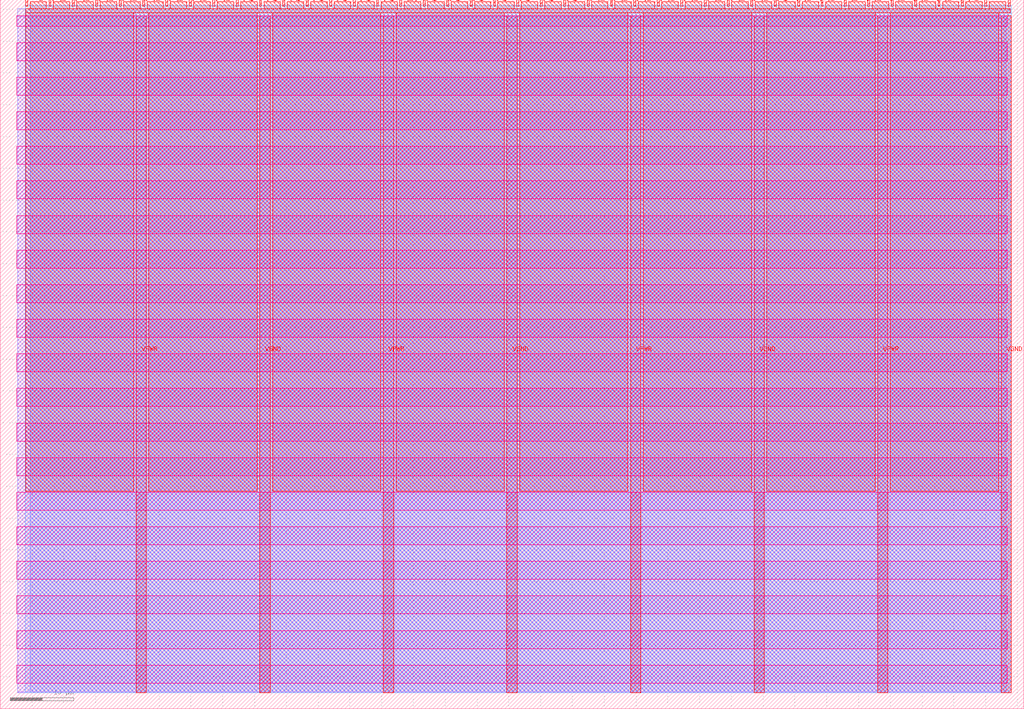
<source format=lef>
VERSION 5.7 ;
  NOWIREEXTENSIONATPIN ON ;
  DIVIDERCHAR "/" ;
  BUSBITCHARS "[]" ;
MACRO tt_um_spi_pwm_djuara
  CLASS BLOCK ;
  FOREIGN tt_um_spi_pwm_djuara ;
  ORIGIN 0.000 0.000 ;
  SIZE 161.000 BY 111.520 ;
  PIN VGND
    DIRECTION INOUT ;
    USE GROUND ;
    PORT
      LAYER met4 ;
        RECT 40.830 2.480 42.430 109.040 ;
    END
    PORT
      LAYER met4 ;
        RECT 79.700 2.480 81.300 109.040 ;
    END
    PORT
      LAYER met4 ;
        RECT 118.570 2.480 120.170 109.040 ;
    END
    PORT
      LAYER met4 ;
        RECT 157.440 2.480 159.040 109.040 ;
    END
  END VGND
  PIN VPWR
    DIRECTION INOUT ;
    USE POWER ;
    PORT
      LAYER met4 ;
        RECT 21.395 2.480 22.995 109.040 ;
    END
    PORT
      LAYER met4 ;
        RECT 60.265 2.480 61.865 109.040 ;
    END
    PORT
      LAYER met4 ;
        RECT 99.135 2.480 100.735 109.040 ;
    END
    PORT
      LAYER met4 ;
        RECT 138.005 2.480 139.605 109.040 ;
    END
  END VPWR
  PIN clk
    DIRECTION INPUT ;
    USE SIGNAL ;
    ANTENNAGATEAREA 0.852000 ;
    PORT
      LAYER met4 ;
        RECT 154.870 110.520 155.170 111.520 ;
    END
  END clk
  PIN ena
    DIRECTION INPUT ;
    USE SIGNAL ;
    ANTENNAGATEAREA 0.196500 ;
    PORT
      LAYER met4 ;
        RECT 158.550 110.520 158.850 111.520 ;
    END
  END ena
  PIN rst_n
    DIRECTION INPUT ;
    USE SIGNAL ;
    ANTENNAGATEAREA 0.196500 ;
    PORT
      LAYER met4 ;
        RECT 151.190 110.520 151.490 111.520 ;
    END
  END rst_n
  PIN ui_in[0]
    DIRECTION INPUT ;
    USE SIGNAL ;
    ANTENNAGATEAREA 0.213000 ;
    PORT
      LAYER met4 ;
        RECT 147.510 110.520 147.810 111.520 ;
    END
  END ui_in[0]
  PIN ui_in[1]
    DIRECTION INPUT ;
    USE SIGNAL ;
    ANTENNAGATEAREA 0.196500 ;
    PORT
      LAYER met4 ;
        RECT 143.830 110.520 144.130 111.520 ;
    END
  END ui_in[1]
  PIN ui_in[2]
    DIRECTION INPUT ;
    USE SIGNAL ;
    ANTENNAGATEAREA 0.196500 ;
    PORT
      LAYER met4 ;
        RECT 140.150 110.520 140.450 111.520 ;
    END
  END ui_in[2]
  PIN ui_in[3]
    DIRECTION INPUT ;
    USE SIGNAL ;
    ANTENNAGATEAREA 0.196500 ;
    PORT
      LAYER met4 ;
        RECT 136.470 110.520 136.770 111.520 ;
    END
  END ui_in[3]
  PIN ui_in[4]
    DIRECTION INPUT ;
    USE SIGNAL ;
    ANTENNAGATEAREA 0.196500 ;
    PORT
      LAYER met4 ;
        RECT 132.790 110.520 133.090 111.520 ;
    END
  END ui_in[4]
  PIN ui_in[5]
    DIRECTION INPUT ;
    USE SIGNAL ;
    ANTENNAGATEAREA 0.159000 ;
    PORT
      LAYER met4 ;
        RECT 129.110 110.520 129.410 111.520 ;
    END
  END ui_in[5]
  PIN ui_in[6]
    DIRECTION INPUT ;
    USE SIGNAL ;
    ANTENNAGATEAREA 0.126000 ;
    PORT
      LAYER met4 ;
        RECT 125.430 110.520 125.730 111.520 ;
    END
  END ui_in[6]
  PIN ui_in[7]
    DIRECTION INPUT ;
    USE SIGNAL ;
    ANTENNAGATEAREA 0.196500 ;
    PORT
      LAYER met4 ;
        RECT 121.750 110.520 122.050 111.520 ;
    END
  END ui_in[7]
  PIN uio_in[0]
    DIRECTION INPUT ;
    USE SIGNAL ;
    ANTENNAGATEAREA 0.196500 ;
    PORT
      LAYER met4 ;
        RECT 118.070 110.520 118.370 111.520 ;
    END
  END uio_in[0]
  PIN uio_in[1]
    DIRECTION INPUT ;
    USE SIGNAL ;
    ANTENNAGATEAREA 0.196500 ;
    PORT
      LAYER met4 ;
        RECT 114.390 110.520 114.690 111.520 ;
    END
  END uio_in[1]
  PIN uio_in[2]
    DIRECTION INPUT ;
    USE SIGNAL ;
    ANTENNAGATEAREA 0.196500 ;
    PORT
      LAYER met4 ;
        RECT 110.710 110.520 111.010 111.520 ;
    END
  END uio_in[2]
  PIN uio_in[3]
    DIRECTION INPUT ;
    USE SIGNAL ;
    ANTENNAGATEAREA 0.196500 ;
    PORT
      LAYER met4 ;
        RECT 107.030 110.520 107.330 111.520 ;
    END
  END uio_in[3]
  PIN uio_in[4]
    DIRECTION INPUT ;
    USE SIGNAL ;
    ANTENNAGATEAREA 0.196500 ;
    PORT
      LAYER met4 ;
        RECT 103.350 110.520 103.650 111.520 ;
    END
  END uio_in[4]
  PIN uio_in[5]
    DIRECTION INPUT ;
    USE SIGNAL ;
    ANTENNAGATEAREA 0.196500 ;
    PORT
      LAYER met4 ;
        RECT 99.670 110.520 99.970 111.520 ;
    END
  END uio_in[5]
  PIN uio_in[6]
    DIRECTION INPUT ;
    USE SIGNAL ;
    ANTENNAGATEAREA 0.196500 ;
    PORT
      LAYER met4 ;
        RECT 95.990 110.520 96.290 111.520 ;
    END
  END uio_in[6]
  PIN uio_in[7]
    DIRECTION INPUT ;
    USE SIGNAL ;
    ANTENNAGATEAREA 0.196500 ;
    PORT
      LAYER met4 ;
        RECT 92.310 110.520 92.610 111.520 ;
    END
  END uio_in[7]
  PIN uio_oe[0]
    DIRECTION OUTPUT TRISTATE ;
    USE SIGNAL ;
    ANTENNAGATEAREA 0.621000 ;
    ANTENNADIFFAREA 0.891000 ;
    PORT
      LAYER met4 ;
        RECT 29.750 110.520 30.050 111.520 ;
    END
  END uio_oe[0]
  PIN uio_oe[1]
    DIRECTION OUTPUT TRISTATE ;
    USE SIGNAL ;
    ANTENNAGATEAREA 0.621000 ;
    ANTENNADIFFAREA 0.891000 ;
    PORT
      LAYER met4 ;
        RECT 26.070 110.520 26.370 111.520 ;
    END
  END uio_oe[1]
  PIN uio_oe[2]
    DIRECTION OUTPUT TRISTATE ;
    USE SIGNAL ;
    ANTENNAGATEAREA 0.621000 ;
    ANTENNADIFFAREA 0.891000 ;
    PORT
      LAYER met4 ;
        RECT 22.390 110.520 22.690 111.520 ;
    END
  END uio_oe[2]
  PIN uio_oe[3]
    DIRECTION OUTPUT TRISTATE ;
    USE SIGNAL ;
    ANTENNAGATEAREA 0.621000 ;
    ANTENNADIFFAREA 0.891000 ;
    PORT
      LAYER met4 ;
        RECT 18.710 110.520 19.010 111.520 ;
    END
  END uio_oe[3]
  PIN uio_oe[4]
    DIRECTION OUTPUT TRISTATE ;
    USE SIGNAL ;
    ANTENNAGATEAREA 0.621000 ;
    ANTENNADIFFAREA 0.891000 ;
    PORT
      LAYER met4 ;
        RECT 15.030 110.520 15.330 111.520 ;
    END
  END uio_oe[4]
  PIN uio_oe[5]
    DIRECTION OUTPUT TRISTATE ;
    USE SIGNAL ;
    ANTENNAGATEAREA 0.621000 ;
    ANTENNADIFFAREA 0.891000 ;
    PORT
      LAYER met4 ;
        RECT 11.350 110.520 11.650 111.520 ;
    END
  END uio_oe[5]
  PIN uio_oe[6]
    DIRECTION OUTPUT TRISTATE ;
    USE SIGNAL ;
    ANTENNAGATEAREA 0.621000 ;
    ANTENNADIFFAREA 0.891000 ;
    PORT
      LAYER met4 ;
        RECT 7.670 110.520 7.970 111.520 ;
    END
  END uio_oe[6]
  PIN uio_oe[7]
    DIRECTION OUTPUT TRISTATE ;
    USE SIGNAL ;
    ANTENNAGATEAREA 0.621000 ;
    ANTENNADIFFAREA 0.891000 ;
    PORT
      LAYER met4 ;
        RECT 3.990 110.520 4.290 111.520 ;
    END
  END uio_oe[7]
  PIN uio_out[0]
    DIRECTION OUTPUT TRISTATE ;
    USE SIGNAL ;
    ANTENNAGATEAREA 0.126000 ;
    ANTENNADIFFAREA 0.891000 ;
    PORT
      LAYER met4 ;
        RECT 59.190 110.520 59.490 111.520 ;
    END
  END uio_out[0]
  PIN uio_out[1]
    DIRECTION OUTPUT TRISTATE ;
    USE SIGNAL ;
    ANTENNAGATEAREA 0.126000 ;
    ANTENNADIFFAREA 0.891000 ;
    PORT
      LAYER met4 ;
        RECT 55.510 110.520 55.810 111.520 ;
    END
  END uio_out[1]
  PIN uio_out[2]
    DIRECTION OUTPUT TRISTATE ;
    USE SIGNAL ;
    ANTENNAGATEAREA 0.126000 ;
    ANTENNADIFFAREA 0.891000 ;
    PORT
      LAYER met4 ;
        RECT 51.830 110.520 52.130 111.520 ;
    END
  END uio_out[2]
  PIN uio_out[3]
    DIRECTION OUTPUT TRISTATE ;
    USE SIGNAL ;
    ANTENNAGATEAREA 0.126000 ;
    ANTENNADIFFAREA 0.891000 ;
    PORT
      LAYER met4 ;
        RECT 48.150 110.520 48.450 111.520 ;
    END
  END uio_out[3]
  PIN uio_out[4]
    DIRECTION OUTPUT TRISTATE ;
    USE SIGNAL ;
    ANTENNAGATEAREA 0.126000 ;
    ANTENNADIFFAREA 0.891000 ;
    PORT
      LAYER met4 ;
        RECT 44.470 110.520 44.770 111.520 ;
    END
  END uio_out[4]
  PIN uio_out[5]
    DIRECTION OUTPUT TRISTATE ;
    USE SIGNAL ;
    ANTENNAGATEAREA 0.126000 ;
    ANTENNADIFFAREA 0.891000 ;
    PORT
      LAYER met4 ;
        RECT 40.790 110.520 41.090 111.520 ;
    END
  END uio_out[5]
  PIN uio_out[6]
    DIRECTION OUTPUT TRISTATE ;
    USE SIGNAL ;
    ANTENNAGATEAREA 0.126000 ;
    ANTENNADIFFAREA 0.891000 ;
    PORT
      LAYER met4 ;
        RECT 37.110 110.520 37.410 111.520 ;
    END
  END uio_out[6]
  PIN uio_out[7]
    DIRECTION OUTPUT TRISTATE ;
    USE SIGNAL ;
    ANTENNAGATEAREA 0.126000 ;
    ANTENNADIFFAREA 0.891000 ;
    PORT
      LAYER met4 ;
        RECT 33.430 110.520 33.730 111.520 ;
    END
  END uio_out[7]
  PIN uo_out[0]
    DIRECTION OUTPUT TRISTATE ;
    USE SIGNAL ;
    ANTENNADIFFAREA 0.795200 ;
    PORT
      LAYER met4 ;
        RECT 88.630 110.520 88.930 111.520 ;
    END
  END uo_out[0]
  PIN uo_out[1]
    DIRECTION OUTPUT TRISTATE ;
    USE SIGNAL ;
    ANTENNADIFFAREA 0.795200 ;
    PORT
      LAYER met4 ;
        RECT 84.950 110.520 85.250 111.520 ;
    END
  END uo_out[1]
  PIN uo_out[2]
    DIRECTION OUTPUT TRISTATE ;
    USE SIGNAL ;
    ANTENNADIFFAREA 0.445500 ;
    PORT
      LAYER met4 ;
        RECT 81.270 110.520 81.570 111.520 ;
    END
  END uo_out[2]
  PIN uo_out[3]
    DIRECTION OUTPUT TRISTATE ;
    USE SIGNAL ;
    PORT
      LAYER met4 ;
        RECT 77.590 110.520 77.890 111.520 ;
    END
  END uo_out[3]
  PIN uo_out[4]
    DIRECTION OUTPUT TRISTATE ;
    USE SIGNAL ;
    PORT
      LAYER met4 ;
        RECT 73.910 110.520 74.210 111.520 ;
    END
  END uo_out[4]
  PIN uo_out[5]
    DIRECTION OUTPUT TRISTATE ;
    USE SIGNAL ;
    PORT
      LAYER met4 ;
        RECT 70.230 110.520 70.530 111.520 ;
    END
  END uo_out[5]
  PIN uo_out[6]
    DIRECTION OUTPUT TRISTATE ;
    USE SIGNAL ;
    PORT
      LAYER met4 ;
        RECT 66.550 110.520 66.850 111.520 ;
    END
  END uo_out[6]
  PIN uo_out[7]
    DIRECTION OUTPUT TRISTATE ;
    USE SIGNAL ;
    PORT
      LAYER met4 ;
        RECT 62.870 110.520 63.170 111.520 ;
    END
  END uo_out[7]
  OBS
      LAYER nwell ;
        RECT 2.570 107.385 158.430 108.990 ;
        RECT 2.570 101.945 158.430 104.775 ;
        RECT 2.570 96.505 158.430 99.335 ;
        RECT 2.570 91.065 158.430 93.895 ;
        RECT 2.570 85.625 158.430 88.455 ;
        RECT 2.570 80.185 158.430 83.015 ;
        RECT 2.570 74.745 158.430 77.575 ;
        RECT 2.570 69.305 158.430 72.135 ;
        RECT 2.570 63.865 158.430 66.695 ;
        RECT 2.570 58.425 158.430 61.255 ;
        RECT 2.570 52.985 158.430 55.815 ;
        RECT 2.570 47.545 158.430 50.375 ;
        RECT 2.570 42.105 158.430 44.935 ;
        RECT 2.570 36.665 158.430 39.495 ;
        RECT 2.570 31.225 158.430 34.055 ;
        RECT 2.570 25.785 158.430 28.615 ;
        RECT 2.570 20.345 158.430 23.175 ;
        RECT 2.570 14.905 158.430 17.735 ;
        RECT 2.570 9.465 158.430 12.295 ;
        RECT 2.570 4.025 158.430 6.855 ;
      LAYER li1 ;
        RECT 2.760 2.635 158.240 108.885 ;
      LAYER met1 ;
        RECT 2.760 2.480 159.040 110.120 ;
      LAYER met2 ;
        RECT 4.700 2.535 159.010 110.685 ;
      LAYER met3 ;
        RECT 3.950 2.555 159.030 110.665 ;
      LAYER met4 ;
        RECT 4.690 110.120 7.270 111.170 ;
        RECT 8.370 110.120 10.950 111.170 ;
        RECT 12.050 110.120 14.630 111.170 ;
        RECT 15.730 110.120 18.310 111.170 ;
        RECT 19.410 110.120 21.990 111.170 ;
        RECT 23.090 110.120 25.670 111.170 ;
        RECT 26.770 110.120 29.350 111.170 ;
        RECT 30.450 110.120 33.030 111.170 ;
        RECT 34.130 110.120 36.710 111.170 ;
        RECT 37.810 110.120 40.390 111.170 ;
        RECT 41.490 110.120 44.070 111.170 ;
        RECT 45.170 110.120 47.750 111.170 ;
        RECT 48.850 110.120 51.430 111.170 ;
        RECT 52.530 110.120 55.110 111.170 ;
        RECT 56.210 110.120 58.790 111.170 ;
        RECT 59.890 110.120 62.470 111.170 ;
        RECT 63.570 110.120 66.150 111.170 ;
        RECT 67.250 110.120 69.830 111.170 ;
        RECT 70.930 110.120 73.510 111.170 ;
        RECT 74.610 110.120 77.190 111.170 ;
        RECT 78.290 110.120 80.870 111.170 ;
        RECT 81.970 110.120 84.550 111.170 ;
        RECT 85.650 110.120 88.230 111.170 ;
        RECT 89.330 110.120 91.910 111.170 ;
        RECT 93.010 110.120 95.590 111.170 ;
        RECT 96.690 110.120 99.270 111.170 ;
        RECT 100.370 110.120 102.950 111.170 ;
        RECT 104.050 110.120 106.630 111.170 ;
        RECT 107.730 110.120 110.310 111.170 ;
        RECT 111.410 110.120 113.990 111.170 ;
        RECT 115.090 110.120 117.670 111.170 ;
        RECT 118.770 110.120 121.350 111.170 ;
        RECT 122.450 110.120 125.030 111.170 ;
        RECT 126.130 110.120 128.710 111.170 ;
        RECT 129.810 110.120 132.390 111.170 ;
        RECT 133.490 110.120 136.070 111.170 ;
        RECT 137.170 110.120 139.750 111.170 ;
        RECT 140.850 110.120 143.430 111.170 ;
        RECT 144.530 110.120 147.110 111.170 ;
        RECT 148.210 110.120 150.790 111.170 ;
        RECT 151.890 110.120 154.470 111.170 ;
        RECT 155.570 110.120 158.150 111.170 ;
        RECT 3.975 109.440 158.850 110.120 ;
        RECT 3.975 34.175 20.995 109.440 ;
        RECT 23.395 34.175 40.430 109.440 ;
        RECT 42.830 34.175 59.865 109.440 ;
        RECT 62.265 34.175 79.300 109.440 ;
        RECT 81.700 34.175 98.735 109.440 ;
        RECT 101.135 34.175 118.170 109.440 ;
        RECT 120.570 34.175 137.605 109.440 ;
        RECT 140.005 34.175 157.040 109.440 ;
  END
END tt_um_spi_pwm_djuara
END LIBRARY


</source>
